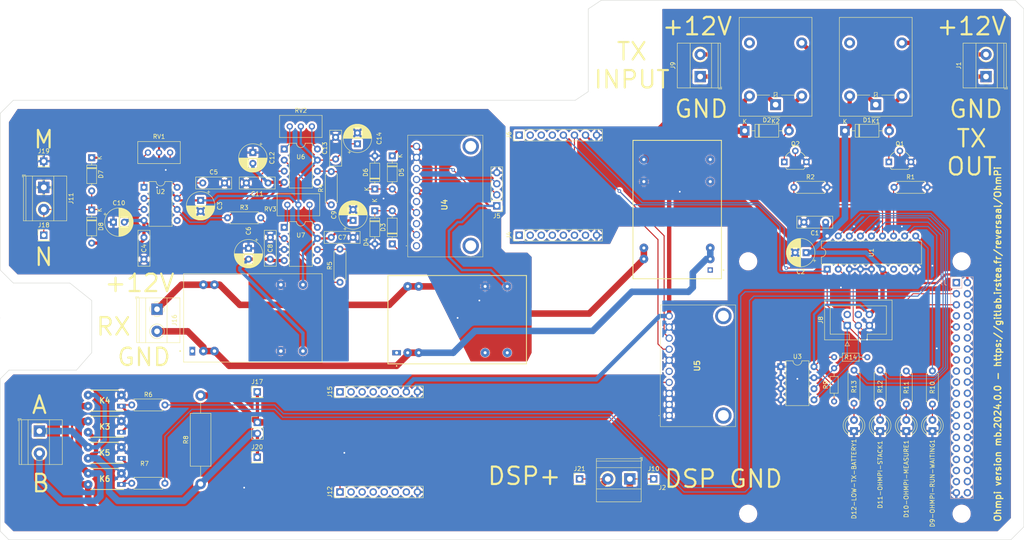
<source format=kicad_pcb>
(kicad_pcb (version 20211014) (generator pcbnew)
  (layers (0 "F.Cu" signal) (31 "B.Cu" signal) (34 "B.Paste" user) (35 "F.Paste" user) (36 "B.SilkS" user "B.Silkscreen") (37 "F.SilkS" user "F.Silkscreen") (38 "B.Mask" user) (39 "F.Mask" user) (44 "Edge.Cuts" user))
  (net 0 "")
  (net 1 "5VD")
  (net 2 "GNDD")
  (net 3 "GNDA")
  (net 4 "Net-(D1-Pad2)")
  (net 6 "SDA1")
  (net 8 "SCL1")
  (net 10 "Net-(K3-Pad1)")
  (net 11 "Net-(R3-Pad2)")
  (net 12 "SCL2")
  (net 13 "SDA2")
  (net 15 "AN")
  (net 58 "/Relay_switch_dsp/out_12v_DSP")
  (net 59 "/Relay_switch_dsp/out_GND_DSP")
  (net 60 "/Current_injection_and_measurement/Input_DSP_+_alim")
  (net 61 "/Current_injection_and_measurement/Input_DSP_GND_alim")
  (net 62 "+12V_TX_bat")
  (net 63 "GND_TX_bat")
  (net 64 "/Vmn_measurement/Electrode_M")
  (net 65 "+12V_RX_bat")
  (net 66 "GND_RX_bat")
  (net 68 "-12V_A")
  (net 69 "+12V_A")
  (net 76 "5VA")
  (net 77 "Net-(J14-Pad2)")
  (net 78 "Net-(D5-Pad2)")
  (net 79 "GP2")
  (net 80 "GP3")
  (net 81 "GP0")
  (net 82 "Net-(K5-Pad1)")
  (net 83 "GP1")
  (net 85 "Net-(D2-Pad2)")
  (net 105 "/Current_injection_and_measurement/A")
  (net 106 "/Current_injection_and_measurement/B")
  (net 107 "GP4")
  (net 108 "GP5")
  (net 109 "GP6")
  (net 110 "GP7")
  (net 111 "Net-(D3-Pad2)")
  (net 112 "Net-(D9-OHMPI-RUN-WAITING1-Pad2)")
  (net 113 "Net-(D10-OHMPI-MEASURE1-Pad2)")
  (net 114 "Net-(D11-OHMPI-STACK1-Pad2)")
  (net 115 "Net-(D12-LOW-TX-BATTERY1-Pad2)")
  (net 116 "Net-(R3-Pad1)")
  (net 117 "Net-(R4-Pad1)")
  (net 118 "Net-(RV1-Pad1)")
  (net 119 "Net-(RV1-Pad3)")
  (net 120 "Net-(RV2-Pad1)")
  (net 121 "Net-(RV2-Pad3)")
  (net 122 "Net-(RV3-Pad1)")
  (net 123 "Net-(RV3-Pad3)")
  (footprint "Potentiometer_THT:Potentiometer_Bourns_3296W_Vertical" (layer "F.Cu") (at 98.55 60)
    (fp_text reference "RV2")
    (fp_text value "10K")
  )
  (footprint "TerminalBlock_Phoenix:TerminalBlock_Phoenix_MKDS-1,5-2-5.08_1x02_P5.08mm_Horizontal" (layer "F.Cu") (at 253.305 48.545 90)
    (fp_text reference "J1")
    (fp_text value "DSP_out_12v_GND")
  )
  (footprint "Resistor_THT:R_Axial_DIN0207_L6.3mm_D2.5mm_P7.62mm_Horizontal" (layer "F.Cu") (at 232.19 74)
    (fp_text reference "R1")
    (fp_text value "100k")
  )
  (footprint "TerminalBlock_Phoenix:TerminalBlock_Phoenix_MKDS-1,5-2-5.08_1x02_P5.08mm_Horizontal" (layer "F.Cu") (at 187.695 48.545 90)
    (fp_text reference "J9")
    (fp_text value "TX_bat")
  )
  (footprint "LED_THT:LED_D4.0mm" (layer "F.Cu") (at 235 130 90)
    (fp_text reference "D10-OHMPI-MEASURE1")
    (fp_text value "LED")
  )
  (footprint "Relay_THT:Relay_SPDT_Omron-G5LE-1" (layer "F.Cu") (at 228 55 180)
    (fp_text reference "K1")
    (fp_text value "G5LE-1")
  )
  (footprint "Connector_PinHeader_2.54mm:PinHeader_1x01_P2.54mm_Vertical" (layer "F.Cu") (at 37 85)
    (fp_text reference "J18")
    (fp_text value "ELEC_M")
  )
  (footprint "Connector_PinHeader_2.54mm:PinHeader_1x01_P2.54mm_Vertical" (layer "F.Cu") (at 86 136)
    (fp_text reference "J20")
    (fp_text value "shunt +")
  )
  (footprint "" (layer "F.Cu") (at 247.71 150)
    (fp_text reference "")
    (fp_text value "")
  )
  (footprint "" (layer "F.Cu") (at 247.71 91)
    (fp_text reference "")
    (fp_text value "")
  )
  (footprint "Resistor_THT:R_Axial_DIN0207_L6.3mm_D2.5mm_P7.62mm_Horizontal" (layer "F.Cu") (at 209.19 74)
    (fp_text reference "R2")
    (fp_text value "100k")
  )
  (footprint "AQY211EH:DIP762W47P254L478H340Q4N" (layer "F.Cu") (at 51 129 180)
    (fp_text reference "K3")
    (fp_text value "AQY212EH" hide)
  )
  (footprint "Diode_THT:D_DO-35_SOD27_P7.62mm_Horizontal" (layer "F.Cu") (at 48 79.19 -90)
    (fp_text reference "D8")
    (fp_text value "BAT86")
  )
  (footprint "Capacitor_THT:C_Disc_D8.0mm_W2.5mm_P5.00mm" (layer "F.Cu") (at 103 85.5)
    (fp_text reference "C7")
    (fp_text value "100nF")
  )
  (footprint "Resistor_THT:R_Axial_DIN0207_L6.3mm_D2.5mm_P7.62mm_Horizontal" (layer "F.Cu") (at 229 116 -90)
    (fp_text reference "R12")
    (fp_text value "330 ohms")
  )
  (footprint "Connector_PinHeader_2.54mm:PinHeader_1x08_P2.54mm_Vertical" (layer "F.Cu") (at 146.125 85 90)
    (fp_text reference "J4")
    (fp_text value "Conn_01x08_Female")
  )
  (footprint "Resistor_THT:R_Axial_DIN0207_L6.3mm_D2.5mm_P7.62mm_Horizontal" (layer "F.Cu") (at 223 116 -90)
    (fp_text reference "R13")
    (fp_text value "330 ohms")
  )
  (footprint "Connector_PinHeader_2.54mm:PinHeader_1x08_P2.54mm_Vertical" (layer "F.Cu") (at 146.125 62 90)
    (fp_text reference "J6")
    (fp_text value "Conn_01x08_Female")
  )
  (footprint "Connector_PinHeader_2.54mm:PinHeader_1x04_P2.54mm_Vertical" (layer "F.Cu") (at 141 78.25 180)
    (fp_text reference "J5")
    (fp_text value "Conn_01x04_Female")
  )
  (footprint "Capacitor_THT:C_Disc_D8.0mm_W2.5mm_P5.00mm" (layer "F.Cu") (at 104 67.5 90)
    (fp_text reference "C13")
    (fp_text value "100nF")
  )
  (footprint "1085:1085" (layer "F.Cu") (at 122.571 87.43 -90)
    (fp_text reference "U4")
    (fp_text value "1115-Adress=0X49" hide)
  )
  (footprint "Package_DIP:DIP-18_W7.62mm" (layer "F.Cu") (at 216.85 92.8 90)
    (fp_text reference "U1")
    (fp_text value "MCP23008-xP")
  )
  (footprint "THD_15-1222N:CONV_THD_15-1222N" (layer "F.Cu") (at 85 104)
    (fp_text reference "Alim_analog_Vmn_measurement_ina128P_lm158" hide)
    (fp_text value "THD_15-1222N")
  )
  (footprint "Connector_IDC:IDC-Header_2x03_P2.54mm_Vertical" (layer "F.Cu") (at 221.455 105.7525 90)
    (fp_text reference "J8")
    (fp_text value "Connector_I2C_for_mux_or_tools")
  )
  (footprint "Package_DIP:DIP-8_W7.62mm" (layer "F.Cu") (at 206.2 115.2)
    (fp_text reference "U3")
    (fp_text value "24LC02")
  )
  (footprint "Resistor_THT:R_Axial_DIN0207_L6.3mm_D2.5mm_P7.62mm_Horizontal" (layer "F.Cu") (at 105 95.81 90)
    (fp_text reference "R5")
    (fp_text value "1k")
  )
  (footprint "Connector_PinHeader_2.54mm:PinHeader_1x02_P2.54mm_Vertical" (layer "F.Cu") (at 86.045 128.015)
    (fp_text reference "J14" hide)
    (fp_text value "Conn_01x02_Female")
  )
  (footprint "Resistor_THT:R_Axial_DIN0207_L6.3mm_D2.5mm_P7.62mm_Horizontal" (layer "F.Cu") (at 57.19 124)
    (fp_text reference "R6")
    (fp_text value "1k")
  )
  (footprint "Resistor_THT:R_Axial_DIN0207_L6.3mm_D2.5mm_P7.62mm_Horizontal" (layer "F.Cu") (at 103 78 90)
    (fp_text reference "R4")
    (fp_text value "1k")
  )
  (footprint "Diode_THT:D_DO-35_SOD27_P7.62mm_Horizontal" (layer "F.Cu") (at 48 67.19 -90)
    (fp_text reference "D7")
    (fp_text value "BAT86")
  )
  (footprint "Diode_THT:D_DO-35_SOD27_P7.62mm_Horizontal" (layer "F.Cu") (at 117 66.76 -90)
    (fp_text reference "D5")
    (fp_text value "BAT86")
  )
  (footprint "AQY211EH:DIP762W47P254L478H340Q4N" (layer "F.Cu") (at 51 135 180)
    (fp_text reference "K5")
    (fp_text value "AQY212EH" hide)
  )
  (footprint "Resistor_THT:R_Axial_DIN0207_L6.3mm_D2.5mm_P7.62mm_Horizontal" (layer "F.Cu") (at 57.19 142)
    (fp_text reference "R7")
    (fp_text value "1k")
  )
  (footprint "TerminalBlock_Phoenix:TerminalBlock_Phoenix_MKDS-1,5-2-5.08_1x02_P5.08mm_Horizontal" (layer "F.Cu") (at 36 130 -90)
    (fp_text reference "J3" hide)
    (fp_text value "Screw_Terminal_AB" hide)
  )
  (footprint "AQY211EH:DIP762W47P254L478H340Q4N" (layer "F.Cu") (at 51 141 180)
    (fp_text reference "K6")
    (fp_text value "AQY212EH" hide)
  )
  (footprint "Package_TO_SOT_THT:TO-92L_Wide" (layer "F.Cu") (at 231 68.16)
    (fp_text reference "Q1")
    (fp_text value "ZVN4206ASTZ")
  )
  (footprint "" (layer "F.Cu") (at 203 149)
    (fp_text reference "")
    (fp_text value "")
  )
  (footprint "Capacitor_THT:C_Disc_D8.0mm_W2.5mm_P5.00mm" (layer "F.Cu") (at 73.5 73)
    (fp_text reference "C5")
    (fp_text value "100nF")
  )
  (footprint "Capacitor_THT:CP_Radial_D6.3mm_P2.50mm" (layer "F.Cu") (at 53 82)
    (fp_text reference "C10")
    (fp_text value "10uF")
  )
  (footprint "Capacitor_THT:CP_Radial_D6.3mm_P2.50mm" (layer "F.Cu") (at 212 89 180)
    (fp_text reference "C2")
    (fp_text value "10uF")
  )
  (footprint "TerminalBlock_Phoenix:TerminalBlock_Phoenix_MKDS-1,5-2-5.08_1x02_P5.08mm_Horizontal" (layer "F.Cu") (at 171.545 141 180)
    (fp_text reference "J2")
    (fp_text value "DPS5005_input_0_to_50V")
  )
  (footprint "Package_DIP:DIP-8_W7.62mm" (layer "F.Cu") (at 92.2 65.2)
    (fp_text reference "U6")
    (fp_text value "OP07")
  )
  (footprint "Diode_THT:D_DO-35_SOD27_P7.62mm_Horizontal" (layer "F.Cu") (at 113 74.38 90)
    (fp_text reference "D6")
    (fp_text value "BAT86")
  )
  (footprint "Connector_PinHeader_2.54mm:PinHeader_1x01_P2.54mm_Vertical" (layer "F.Cu") (at 37 68)
    (fp_text reference "J19")
    (fp_text value "ELEC_N")
  )
  (footprint "1085:1085" (layer "F.Cu") (at 180.571 126.43 -90)
    (fp_text reference "U5")
    (fp_text value "1115-Adress=0X48" hide)
  )
  (footprint "AQY211EH:DIP762W47P254L478H340Q4N" (layer "F.Cu") (at 51 123 180)
    (fp_text reference "K4")
    (fp_text value "AQY212EH" hide)
  )
  (footprint "THD_15-1211N:THD151211N" (layer "F.Cu") (at 118 112 90)
    (fp_text reference "Alim_5V_I2C_isolator_Vmn_measurement1" hide)
    (fp_text value "THD_15-1211N" hide)
  )
  (footprint "LED_THT:LED_D4.0mm" (layer "F.Cu") (at 241 130 90)
    (fp_text reference "D9-OHMPI-RUN-WAITING1")
    (fp_text value "LED")
  )
  (footprint "Diode_THT:D_DO-41_SOD81_P10.16mm_Horizontal" (layer "F.Cu") (at 197.92 61)
    (fp_text reference "D2")
    (fp_text value "1N4001")
  )
  (footprint "Package_DIP:DIP-8_W7.62mm" (layer "F.Cu") (at 92.2 83.2)
    (fp_text reference "U7")
    (fp_text value "OP07")
  )
  (footprint "Capacitor_THT:CP_Radial_D6.3mm_P2.50mm" (layer "F.Cu") (at 108 81.6 90)
    (fp_text reference "C9")
    (fp_text value "10uF")
  )
  (footprint "Diode_THT:D_DO-35_SOD27_P7.62mm_Horizontal" (layer "F.Cu") (at 117 87 90)
    (fp_text reference "D3")
    (fp_text value "BAT86")
  )
  (footprint "Connector_PinHeader_2.54mm:PinHeader_1x08_P2.54mm_Vertical" (layer "F.Cu") (at 105 144 90)
    (fp_text reference "J12")
    (fp_text value "Conn_01x08_Female")
  )
  (footprint "Connector_PinHeader_2.54mm:PinHeader_1x01_P2.54mm_Vertical" (layer "F.Cu") (at 86 121)
    (fp_text reference "J17")
    (fp_text value "DSP GND")
  )
  (footprint "Diode_THT:D_DO-41_SOD81_P10.16mm_Horizontal" (layer "F.Cu") (at 220.92 61)
    (fp_text reference "D1")
    (fp_text value "1N4001")
  )
  (footprint "LED_THT:LED_D4.0mm" (layer "F.Cu") (at 229 130 90)
    (fp_text reference "D11-OHMPI-STACK1")
    (fp_text value "LED")
  )
  (footprint "Resistor_THT:R_Axial_DIN0204_L3.6mm_D1.6mm_P7.62mm_Horizontal" (layer "F.Cu") (at 218.44 113.03)
    (fp_text reference "R14")
    (fp_text value "4K7")
  )
  (footprint "" (layer "F.Cu") (at 202 91)
    (fp_text reference "")
    (fp_text value "")
  )
  (footprint "Relay_THT:Relay_SPDT_Omron-G5LE-1" (layer "F.Cu") (at 205 55 180)
    (fp_text reference "K2")
    (fp_text value "G5LE-1")
  )
  (footprint "Resistor_THT:R_Axial_DIN0207_L6.3mm_D2.5mm_P7.62mm_Horizontal" (layer "F.Cu") (at 79.19 81)
    (fp_text reference "R3")
    (fp_text value "1k")
  )
  (footprint "Capacitor_THT:C_Disc_D8.0mm_W2.5mm_P5.00mm" (layer "F.Cu") (at 89 90.5 90)
    (fp_text reference "C8")
    (fp_text value "100nF")
  )
  (footprint "Potentiometer_THT:Potentiometer_Bourns_3296W_Vertical" (layer "F.Cu") (at 98 78)
    (fp_text reference "RV3")
    (fp_text value "10K")
  )
  (footprint "THD_15-1211N:THD151211N" (layer "F.Cu") (at 190 93 180)
    (fp_text reference "Alim_5V_Digital_rasp_iso1540_mcp23008_current_7_click1" hide)
    (fp_text value "THD_15-1211N" hide)
  )
  (footprint "Capacitor_THT:CP_Radial_D6.3mm_P2.50mm" (layer "F.Cu") (at 73 77 -90)
    (fp_text reference "C3")
    (fp_text value "10uF")
  )
  (footprint "Potentiometer_THT:Potentiometer_Bourns_3296W_Vertical" (layer "F.Cu") (at 66 66)
    (fp_text reference "RV1")
    (fp_text value "10K")
  )
  (footprint "Capacitor_THT:CP_Radial_D6.3mm_P2.50mm" (layer "F.Cu") (at 84 88 -90)
    (fp_text reference "C6")
    (fp_text value "10uF")
  )
  (footprint "Resistor_THT:R_Axial_DIN0204_L3.6mm_D1.6mm_P7.62mm_Horizontal" (layer "F.Cu") (at 218.44 123.19 90)
    (fp_text reference "R9")
    (fp_text value "4K7")
  )
  (footprint "Resistor_THT:R_Axial_DIN0207_L6.3mm_D2.5mm_P7.62mm_Horizontal" (layer "F.Cu") (at 241 116.19 -90)
    (fp_text reference "R10")
    (fp_text value "330 ohms")
  )
  (footprint "Connector_PinHeader_2.54mm:PinHeader_1x01_P2.54mm_Vertical" (layer "F.Cu") (at 177 141)
    (fp_text reference "J10")
    (fp_text value "DSP+")
  )
  (footprint "LED_THT:LED_D4.0mm" (layer "F.Cu") (at 223 130 90)
    (fp_text reference "D12-LOW-TX-BATTERY1")
    (fp_text value "LED")
  )
  (footprint "Connector_PinHeader_2.54mm:PinHeader_1x01_P2.54mm_Vertical" (layer "F.Cu") (at 160 141)
    (fp_text reference "J21")
    (fp_text value "shunt -")
  )
  (footprint "Capacitor_THT:CP_Radial_D6.3mm_P2.50mm" (layer "F.Cu") (at 109 64 90)
    (fp_text reference "C14")
    (fp_text value "10uF")
  )
  (footprint "Package_DIP:DIP-8_W7.62mm" (layer "F.Cu") (at 60 74)
    (fp_text reference "U2")
    (fp_text value "OP07")
  )
  (footprint "Capacitor_THT:C_Disc_D8.0mm_W2.5mm_P5.00mm" (layer "F.Cu") (at 60 85.5 -90)
    (fp_text reference "C4")
    (fp_text value "100nF")
  )
  (footprint "TerminalBlock_Phoenix:TerminalBlock_Phoenix_MKDS-1,5-2-5.08_1x02_P5.08mm_Horizontal" (layer "F.Cu") (at 63 102 -90)
    (fp_text reference "J16")
    (fp_text value "RX_bat")
  )
  (footprint "Capacitor_THT:C_Disc_D8.0mm_W2.5mm_P5.00mm" (layer "F.Cu") (at 88.5 73 180)
    (fp_text reference "C11")
    (fp_text value "100nF")
  )
  (footprint "Capacitor_THT:C_Disc_D8.0mm_W2.5mm_P5.00mm" (layer "F.Cu") (at 216.5 82 180)
    (fp_text reference "C1")
    (fp_text value "100nF")
  )
  (footprint "Diode_THT:D_DO-35_SOD27_P7.62mm_Horizontal" (layer "F.Cu") (at 113 79.38 -90)
    (fp_text reference "D4")
    (fp_text value "BAT86")
  )
  (footprint "Resistor_THT:R_Axial_DIN0414_L11.9mm_D4.5mm_P20.32mm_Horizontal" (layer "F.Cu") (at 73 142.16 90)
    (fp_text reference "R8")
    (fp_text value "2 ohms")
  )
  (footprint "Resistor_THT:R_Axial_DIN0207_L6.3mm_D2.5mm_P7.62mm_Horizontal" (layer "F.Cu") (at 235 116.19 -90)
    (fp_text reference "R11")
    (fp_text value "330 ohms")
  )
  (footprint "TerminalBlock_Phoenix:TerminalBlock_Phoenix_MKDS-1,5-2-5.08_1x02_P5.08mm_Horizontal" (layer "F.Cu") (at 37 74 -90)
    (fp_text reference "J11")
    (fp_text value "Screw_Terminal_VMN")
  )
  (footprint "Capacitor_THT:CP_Radial_D6.3mm_P2.50mm" (layer "F.Cu") (at 85 66 -90)
    (fp_text reference "C12")
    (fp_text value "10uF")
  )
  (footprint "Connector_PinHeader_2.54mm:PinHeader_1x08_P2.54mm_Vertical" (layer "F.Cu") (at 105 121 90)
    (fp_text reference "J15")
    (fp_text value "Conn_01x08_Female")
  )
  (footprint "Package_TO_SOT_THT:TO-92L_Wide" (layer "F.Cu") (at 207 68.16)
    (fp_text reference "Q2")
    (fp_text value "ZVN4206ASTZ")
  )
  (footprint "Connector_PinSocket_2.54mm:PinSocket_2x20_P2.54mm_Vertical" (layer "B.Cu") (at 246.5 95.9 180)
    (fp_text reference "J7")
    (fp_text value "Raspberry_Pi_2_3")
  )
  (gr_line (start 165 31) (end 162 33) (layer "Edge.Cuts") (width 0.1))
  (gr_line (start 44.5 116) (end 29 116) (layer "Edge.Cuts") (width 0.1))
  (gr_line (start 162 33) (end 162 52) (layer "Edge.Cuts") (width 0.1))
  (gr_line (start 27 93) (end 30 96) (layer "Edge.Cuts") (width 0.1))
  (gr_line (start 30 54) (end 27 57) (layer "Edge.Cuts") (width 0.1))
  (gr_line (start 48 100) (end 43 96) (layer "Edge.Cuts") (width 0.1))
  (gr_line (start 159 54) (end 30 54) (layer "Edge.Cuts") (width 0.1))
  (gr_line (start 260 31) (end 165 31) (layer "Edge.Cuts") (width 0.1))
  (gr_line (start 27 104) (end 27 104) (layer "Edge.Cuts") (width 0.1))
  (gr_line (start 262 152) (end 262 33) (layer "Edge.Cuts") (width 0.1))
  (gr_line (start 30 96) (end 43 96) (layer "Edge.Cuts") (width 0.1))
  (gr_line (start 29 116) (end 27 118) (layer "Edge.Cuts") (width 0.1))
  (gr_line (start 162 52) (end 159 54) (layer "Edge.Cuts") (width 0.1))
  (gr_line (start 27 153) (end 29 155) (layer "Edge.Cuts") (width 0.1))
  (gr_line (start 27 118) (end 27 153) (layer "Edge.Cuts") (width 0.1))
  (gr_line (start 259 155) (end 262 152) (layer "Edge.Cuts") (width 0.1))
  (gr_line (start 48 112) (end 48 100) (layer "Edge.Cuts") (width 0.1))
  (gr_line (start 27 57) (end 27 93) (layer "Edge.Cuts") (width 0.1))
  (gr_line (start 48 112) (end 44.5 116) (layer "Edge.Cuts") (width 0.1))
  (gr_line (start 29 155) (end 259 155) (layer "Edge.Cuts") (width 0.1))
  (gr_line (start 260 31) (end 262 33) (layer "Edge.Cuts") (width 0.1))
  (gr_text "+12V" (at 187 37) (layer "F.SilkS") (effects (font (size 4 4) (thickness 0.5))))
  (gr_text "DSP GND" (at 193.04 140.97) (layer "F.SilkS") (effects (font (size 4 4) (thickness 0.5))))
  (gr_text "M" (at 37 63) (layer "F.SilkS") (effects (font (size 4 4) (thickness 0.5))))
  (gr_text "B" (at 36.3005 142) (layer "F.SilkS") (effects (font (size 4 4) (thickness 0.5))))
  (gr_text "RX" (at 53 106) (layer "F.SilkS") (effects (font (size 4 4) (thickness 0.5))))
  (gr_text "GND" (at 251 56) (layer "F.SilkS") (effects (font (size 4 4) (thickness 0.5))))
  (gr_text "GND" (at 187.932659 55.972876) (layer "F.SilkS") (effects (font (size 4 4) (thickness 0.5))))
  (gr_text "TX\nOUT" (at 250 66) (layer "F.SilkS") (effects (font (size 4 4) (thickness 0.5))))
  (gr_text "GND" (at 60 113) (layer "F.SilkS") (effects (font (size 4 4) (thickness 0.5))))
  (gr_text "Ohmpi version mb.2024.0.0 - https://gitlab.irstea.fr/reversaal/OhmPi" (at 256 110 90) (layer "F.SilkS") (effects (font (size 1.5 1.5) (thickness 0.3))))
  (gr_text "+12V" (at 59 96) (layer "F.SilkS") (effects (font (size 4 4) (thickness 0.5))))
  (gr_text "DSP+" (at 147.32 140.335) (layer "F.SilkS") (effects (font (size 4 4) (thickness 0.5))))
  (gr_text "+12V" (at 250 37) (layer "F.SilkS") (effects (font (size 4 4) (thickness 0.5))))
  (gr_text "N" (at 37 90) (layer "F.SilkS") (effects (font (size 4 4) (thickness 0.5))))
  (gr_text "A" (at 36 124) (layer "F.SilkS") (effects (font (size 4 4) (thickness 0.5))))
  (gr_text "TX\nINPUT" (at 172 46) (layer "F.SilkS") (effects (font (size 4 4) (thickness 0.5))))
  (segment (start 242 96) (end 244 94) (width 0.5) (layer "F.Cu") (net 1))
  (segment (start 199 53) (end 197.92 54.08) (width 1) (layer "F.Cu") (net 1))
  (segment (start 197.92 54.08) (end 197.92 61) (width 1) (layer "F.Cu") (net 1))
  (segment (start 244 94) (end 248.342081 94) (width 0.5) (layer "F.Cu") (net 1))
  (segment (start 229.55 92.8) (end 232.75 96) (width 0.5) (layer "F.Cu") (net 1))
  (segment (start 232.75 96) (end 242 96) (width 0.5) (layer "F.Cu") (net 1))
  (segment (start 174.76 67.6) (end 166.965 67.6) (width 0.5) (layer "F.Cu") (net 1))
  (segment (start 181.36 61) (end 174.76 67.6) (width 1.5) (layer "F.Cu") (net 1))
  (segment (start 180.571 72.771) (end 175.4 67.6) (width 1) (layer "F.Cu") (net 1))
  (segment (start 218.44 113.03) (end 215.99 113.03) (width 0.25) (layer "F.Cu") (net 1))
  (segment (start 222 59.92) (end 220.92 61) (width 1) (layer "F.Cu") (net 1))
  (segment (start 197.92 61) (end 181.36 61) (width 1.5) (layer "F.Cu") (net 1))
  (segment (start 213.82 115.2) (end 218.44 119.82) (width 0.25) (layer "F.Cu") (net 1))
  (segment (start 166.965 67.6) (end 161.365 62) (width 0.5) (layer "F.Cu") (net 1))
  (segment (start 180.571 103.57) (end 180.571 72.771) (width 1) (layer "F.Cu") (net 1))
  (segment (start 249.04 94.697919) (end 249.04 95.9) (width 0.5) (layer "F.Cu") (net 1))
  (segment (start 216.85 85.18) (end 208.18 85.18) (width 1.5) (layer "F.Cu") (net 1))
  (segment (start 197.92 74.92) (end 197.92 61) (width 1.5) (layer "F.Cu") (net 1))
  (segment (start 248.342081 94) (end 249.04 94.697919) (width 0.5) (layer "F.Cu") (net 1))
  (segment (start 208.18 85.18) (end 197.92 74.92) (width 1.5) (layer "F.Cu") (net 1))
  (segment (start 218.44 119.82) (end 218.44 123.19) (width 0.25) (layer "F.Cu") (net 1))
  (segment (start 222 53) (end 222 59.92) (width 1) (layer "F.Cu") (net 1))
  (segment (start 229.55 100.1975) (end 226.535 103.2125) (width 1) (layer "F.Cu") (net 1))
  (segment (start 215.99 113.03) (end 213.82 115.2) (width 0.25) (layer "F.Cu") (net 1))
  (segment (start 229.55 92.8) (end 229.55 100.1975) (width 1) (layer "F.Cu") (net 1))
  (segment (start 225.75 89) (end 229.55 92.8) (width 1) (layer "B.Cu") (net 1))
  (segment (start 220.92 61) (end 220.92 81.11) (width 1.5) (layer "B.Cu") (net 1))
  (segment (start 213.82 103.18) (end 216 101) (width 0.5) (layer "B.Cu") (net 1))
  (segment (start 180.571 103.57) (end 178.37 103.57) (width 1) (layer "B.Cu") (net 1))
  (segment (start 216.5 82) (end 216.5 84.83) (width 1.5) (layer "B.Cu") (net 1))
  (segment (start 213.82 115.2) (end 213.82 103.18) (width 0.5) (layer "B.Cu") (net 1))
  (segment (start 224.3225 101) (end 226.535 103.2125) (width 0.5) (layer "B.Cu") (net 1))
  (segment (start 121.92 118.11) (end 120.24 119.79) (width 1) (layer "B.Cu") (net 1))
  (segment (start 178.37 103.57) (end 163.83 118.11) (width 1) (layer "B.Cu") (net 1))
  (segment (start 216 101) (end 224.3225 101) (width 0.5) (layer "B.Cu") (net 1))
  (segment (start 212 89) (end 225.75 89) (width 1) (layer "B.Cu") (net 1))
  (segment (start 213.03 89) (end 216.85 85.18) (width 1) (layer "B.Cu") (net 1))
  (segment (start 216.5 84.83) (end 216.85 85.18) (width 1.5) (layer "B.Cu") (net 1))
  (segment (start 212 89) (end 213.03 89) (width 1) (layer "B.Cu") (net 1))
  (segment (start 120.24 119.79) (end 120.24 121) (width 1) (layer "B.Cu") (net 1))
  (segment (start 163.83 118.11) (end 121.92 118.11) (width 1) (layer "B.Cu") (net 1))
  (segment (start 220.92 81.11) (end 216.85 85.18) (width 1.5) (layer "B.Cu") (net 1))
  (via (at 220 97) (size 0.8) (drill 0.4) (layers "F.Cu" "B.Cu") (net 2))
  (via (at 227.96551 82.95523) (size 0.8) (drill 0.4) (layers "F.Cu" "B.Cu") (net 2))
  (via (at 242 111) (size 0.8) (drill 0.4) (layers "F.Cu" "B.Cu") (net 2))
  (via (at 83 143) (size 0.8) (drill 0.4) (layers "F.Cu" "B.Cu") (net 2))
  (via (at 183 75) (size 0.8) (drill 0.4) (layers "F.Cu" "B.Cu") (net 2))
  (via (at 210 118) (size 0.8) (drill 0.4) (layers "F.Cu" "B.Cu") (net 2))
  (via (at 234 83) (size 0.8) (drill 0.4) (layers "F.Cu" "B.Cu") (net 2))
  (via (at 144 139) (size 0.8) (drill 0.4) (layers "F.Cu" "B.Cu") (net 2))
  (via (at 222.997158 82.95523) (size 0.8) (drill 0.4) (layers "F.Cu" "B.Cu") (net 2))
  (via (at 226 109) (size 0.8) (drill 0.4) (layers "F.Cu" "B.Cu") (net 2))
  (via (at 106 135) (size 0.8) (drill 0.4) (layers "F.Cu" "B.Cu") (net 2))
  (via (at 241 92) (size 0.8) (drill 0.4) (layers "F.Cu" "B.Cu") (net 2))
  (via (at 65 70) (size 0.8) (drill 0.4) (layers "F.Cu" "B.Cu") (net 3))
  (via (at 137 100) (size 0.8) (drill 0.4) (layers "F.Cu" "B.Cu") (net 3))
  (via (at 115 76.57) (size 0.8) (drill 0.4) (layers "F.Cu" "B.Cu") (net 3))
  (via (at 132 104) (size 0.8) (drill 0.4) (layers "F.Cu" "B.Cu") (net 3))
  (via (at 63 74) (size 0.8) (drill 0.4) (layers "F.Cu" "B.Cu") (net 3))
  (segment (start 231 68.16) (end 231 61.08) (width 0.25) (layer "F.Cu") (net 4))
  (segment (start 231.08 61) (end 231.08 55.92) (width 1) (layer "F.Cu") (net 4))
  (segment (start 231.08 55.92) (end 234 53) (width 1) (layer "F.Cu") (net 4))
  (segment (start 231 61.08) (end 231.08 61) (width 0.25) (layer "F.Cu") (net 4))
  (segment (start 213.46 92.54) (end 215 91) (width 0.25) (layer "F.Cu") (net 6))
  (segment (start 178 86) (end 178 110) (width 0.25) (layer "F.Cu") (net 6))
  (segment (start 215 91) (end 219 91) (width 0.25) (layer "F.Cu") (net 6))
  (segment (start 222.820489 96.230489) (end 219.39 92.8) (width 0.2) (layer "F.Cu") (net 6))
  (segment (start 219.39 91.39) (end 219.39 92.8) (width 0.25) (layer "F.Cu") (net 6))
  (segment (start 223.995 105.7525) (end 226.2425 108) (width 0.2) (layer "F.Cu") (net 6))
  (segment (start 207.46 92.54) (end 213.46 92.54) (width 0.25) (layer "F.Cu") (net 6))
  (segment (start 179.19 111.19) (end 180.571 111.19) (width 0.25) (layer "F.Cu") (net 6))
  (segment (start 223.995 105.7525) (end 222.820489 104.577989) (width 0.2) (layer "F.Cu") (net 6))
  (segment (start 219 91) (end 219.39 91.39) (width 0.25) (layer "F.Cu") (net 6))
  (segment (start 222.820489 104.577989) (end 222.820489 96.230489) (width 0.2) (layer "F.Cu") (net 6))
  (segment (start 158.825 66.825) (end 178 86) (width 0.25) (layer "F.Cu") (net 6))
  (segment (start 227 108) (end 236.56 98.44) (width 0.2) (layer "F.Cu") (net 6))
  (segment (start 178 110) (end 179.19 111.19) (width 0.25) (layer "F.Cu") (net 6))
  (segment (start 158.825 62) (end 158.825 66.825) (width 0.25) (layer "F.Cu") (net 6))
  (segment (start 226.2425 108) (end 227 108) (width 0.2) (layer "F.Cu") (net 6))
  (segment (start 236.56 98.44) (end 246.5 98.44) (width 0.2) (layer "F.Cu") (net 6))
  (via (at 207.46 92.54) (size 0.8) (drill 0.4) (layers "F.Cu" "B.Cu") (net 6))
  (segment (start 223.995 112.645) (end 213.82 122.82) (width 0.2) (layer "B.Cu") (net 6))
  (segment (start 201.186198 77.55048) (end 207 83.364282) (width 0.25) (layer "B.Cu") (net 6))
  (segment (start 171.9125 75.0875) (end 174.37548 77.55048) (width 0.25) (layer "B.Cu") (net 6))
  (segment (start 223.995 105.7525) (end 223.995 112.555) (width 0.2) (layer "B.Cu") (net 6))
  (segment (start 174.37548 77.55048) (end 201.186198 77.55048) (width 0.25) (layer "B.Cu") (net 6))
  (segment (start 223.995 112.555) (end 223.995 112.645) (width 0.2) (layer "B.Cu") (net 6))
  (segment (start 224.47 113.03) (end 223.995 112.555) (width 0.25) (layer "B.Cu") (net 6))
  (segment (start 207 83.364282) (end 207 92.08) (width 0.25) (layer "B.Cu") (net 6))
  (segment (start 158.825 62) (end 171.9125 75.0875) (width 0.25) (layer "B.Cu") (net 6))
  (segment (start 207 92.08) (end 207.46 92.54) (width 0.25) (layer "B.Cu") (net 6))
  (segment (start 226.06 113.03) (end 224.47 113.03) (width 0.25) (layer "B.Cu") (net 6))
  (segment (start 179.413989 107.492989) (end 179.413989 85.128989) (width 0.25) (layer "F.Cu") (net 8))
  (segment (start 225.7025 110) (end 221.455 105.7525) (width 0.25) (layer "F.Cu") (net 8))
  (segment (start 227 110) (end 225.7025 110) (width 0.25) (layer "F.Cu") (net 8))
  (segment (start 236.02 100.98) (end 227 110) (width 0.25) (layer "F.Cu") (net 8))
  (segment (start 216.85 92.8) (end 216.85 101.1475) (width 0.25) (layer "F.Cu") (net 8))
  (segment (start 180.571 108.65) (end 179.413989 107.492989) (width 0.25) (layer "F.Cu") (net 8))
  (segment (start 216.85 101.1475) (end 221.455 105.7525) (width 0.25) (layer "F.Cu") (net 8))
  (segment (start 246.5 100.98) (end 236.02 100.98) (width 0.25) (layer "F.Cu") (net 8))
  (segment (start 179.413989 85.128989) (end 169.1425 74.8575) (width 0.25) (layer "F.Cu") (net 8))
  (via (at 169.1425 74.8575) (size 0.8) (drill 0.4) (layers "F.Cu" "B.Cu") (net 8))
  (segment (start 206.184511 93.264511) (end 216.385489 93.264511) (width 0.25) (layer "B.Cu") (net 8))
  (segment (start 221.455 112.645) (end 221.455 105.7525) (width 0.25) (layer "B.Cu") (net 8))
  (segment (start 156.285 62) (end 169.1425 74.8575) (width 0.25) (layer "B.Cu") (net 8))
  (segment (start 213.82 120.28) (end 221.455 112.645) (width 0.25) (layer "B.Cu") (net 8))
  (segment (start 169.1425 74.8575) (end 172.285 78) (width 0.25) (layer "B.Cu") (net 8))
  (segment (start 201 78) (end 206 83) (width 0.25) (layer "B.Cu") (net 8))
  (segment (start 206 93.08) (end 206.184511 93.264511) (width 0.25) (layer "B.Cu") (net 8))
  (segment (start 172.285 78) (end 201 78) (width 0.25) (layer "B.Cu") (net 8))
  (segment (start 206 83) (end 206 93.08) (width 0.25) (layer "B.Cu") (net 8))
  (segment (start 216.385489 93.264511) (end 216.85 92.8) (width 0.25) (layer "B.Cu") (net 8))
  (segment (start 55.08 124) (end 54.81 124.27) (width 0.25) (layer "F.Cu") (net 10))
  (segment (start 57 128.08) (end 54.81 130.27) (width 0.5) (layer "F.Cu") (net 10))
  (segment (start 54.81 124.27) (end 57 126.46) (width 0.5) (layer "F.Cu") (net 10))
  (segment (start 57 126.46) (end 57 128.08) (width 0.5) (layer "F.Cu") (net 10))
  (segment (start 57.19 124) (end 55.08 124) (width 0.25) (layer "F.Cu") (net 10))
  (segment (start 92.2 85.74) (end 102.27 95.81) (width 0.25) (layer "F.Cu") (net 11))
  (segment (start 86.81 81) (end 91.55 85.74) (width 0.25) (layer "F.Cu") (net 11))
  (segment (start 102.27 95.81) (end 105 95.81) (width 0.25) (layer "F.Cu") (net 11))
  (segment (start 91.55 85.74) (end 92.2 85.74) (width 0.25) (layer "F.Cu") (net 11))
  (segment (start 131 70) (end 134.96 73.96) (width 0.25) (layer "F.Cu") (net 12))
  (segment (start 139.25 73.96) (end 141 75.71) (width 0.25) (layer "F.Cu") (net 12))
  (segment (start 134.96 73.96) (end 139.25 73.96) (width 0.25) (layer "F.Cu") (net 12))
  (via (at 131 70) (size 0.8) (drill 0.4) (layers "F.Cu" "B.Cu") (net 12))
  (segment (start 131 70) (end 130.65 69.65) (width 0.25) (layer "B.Cu") (net 12))
  (segment (start 130.65 69.65) (end 122.571 69.65) (width 0.25) (layer "B.Cu") (net 12))
  (segment (start 140.02 72.19) (end 141 73.17) (width 0.25) (layer "B.Cu") (net 13))
  (segment (start 140.02 72.19) (end 122.571 72.19) (width 0.25) (layer "B.Cu") (net 13))
  (segment (start 180.571 118.81) (end 175.83 118.81) (width 0.25) (layer "F.Cu") (net 15))
  (segment (start 175.83 118.81) (end 154.915 139.725) (width 0.25) (layer "F.Cu") (net 15))
  (segment (start 105 141.38) (end 105 144) (width 0.25) (layer "F.Cu") (net 15))
  (segment (start 106.705 139.725) (end 106.68 139.7) (width 0.25) (layer "F.Cu") (net 15))
  (segment (start 106.68 139.7) (end 105 141.38) (width 0.25) (layer "F.Cu") (net 15))
  (segment (start 154.915 139.725) (end 106.705 139.725) (width 0.25) (layer "F.Cu") (net 15))
  (segment (start 243.545 48.545) (end 239 44) (width 1) (layer "F.Cu") (net 58))
  (segment (start 214.2 44) (end 211 40.8) (width 1) (layer "F.Cu") (net 58))
  (segment (start 253.305 48.545) (end 243.545 48.545) (width 1) (layer "F.Cu") (net 58))
  (segment (start 239 44) (end 214.2 44) (width 1) (layer "F.Cu") (net 58))
  (segment (start 245.8 40.8) (end 248.465 43.465) (width 1) (layer "F.Cu") (net 59))
  (segment (start 248.465 43.465) (end 253.305 43.465) (width 1) (layer "F.Cu") (net 59))
  (segment (start 234 40.8) (end 245.8 40.8) (width 1) (layer "F.Cu") (net 59))
  (segment (start 51 150) (end 47.19 146.19) (width 1.5) (layer "F.Cu") (net 60))
  (segment (start 171.545 141) (end 171.545 143.455) (width 1.5) (layer "F.Cu") (net 60))
  (segment (start 42.73 124.27) (end 42 125) (width 1.5) (layer "F.Cu") (net 60))
  (segment (start 171.545 143.455) (end 165 150) (width 1.5) (layer "F.Cu") (net 60))
  (segment (start 177 141) (end 171.545 141) (width 0.25) (layer "F.Cu") (net 60))
  (segment (start 47.19 124.27) (end 42.73 124.27) (width 1.5) (layer "F.Cu") (net 60))
  (segment (start 47.19 146.19) (end 47.19 142.27) (width 1.5) (layer "F.Cu") (net 60))
  (segment (start 165 150) (end 51 150) (width 1.5) (layer "F.Cu") (net 60))
  (segment (start 43.27 142.27) (end 47.19 142.27) (width 1.5) (layer "F.Cu") (net 60))
  (segment (start 42 141) (end 43.27 142.27) (width 1.5) (layer "F.Cu") (net 60))
  (segment (start 42 125) (end 42 141) (width 1.5) (layer "F.Cu") (net 60))
  (segment (start 92 147) (end 160.535 147) (width 1.5) (layer "F.Cu") (net 61))
  (segment (start 86.045 128.015) (end 90.015 128.015) (width 1.5) (layer "F.Cu") (net 61))
  (segment (start 91 129) (end 91 146) (width 1.5) (layer "F.Cu") (net 61))
  (segment (start 90.015 128.015) (end 91 129) (width 1.5) (layer "F.Cu") (net 61))
  (segment (start 91 146) (end 92 147) (width 1.5) (layer "F.Cu") (net 61))
  (segment (start 160 141) (end 166.465 141) (width 0.25) (layer "F.Cu") (net 61))
  (segment (start 73 121.84) (end 79.87 121.84) (width 1.5) (layer "F.Cu") (net 61))
  (segment (start 86.045 121.045) (end 86 121) (width 0.75) (layer "F.Cu") (net 61))
  (segment (start 80.015 121.985) (end 86.045 128.015) (width 1.5) (layer "F.Cu") (net 61))
  (segment (start 160.535 146.93) (end 166.465 141) (width 1.5) (layer "F.Cu") (net 61))
  (segment (start 160.535 147) (end 160.535 146.93) (width 1.5) (layer "F.Cu") (net 61))
  (segment (start 86.045 128.015) (end 86.045 121.045) (width 0.75) (layer "F.Cu") (net 61))
  (segment (start 79.87 121.84) (end 80.015 121.985) (width 1.5) (layer "F.Cu") (net 61))
  (segment (start 187.695 48.545) (end 198.545 48.545) (width 1) (layer "F.Cu") (net 62))
  (segment (start 198.545 48.545) (end 205 55) (width 1) (layer "F.Cu") (net 62))
  (segment (start 187.695 43.465) (end 208.465 43.465) (width 1) (layer "F.Cu") (net 63))
  (segment (start 223 50) (end 228 55) (width 1) (layer "F.Cu") (net 63))
  (segment (start 208.465 43.465) (end 215 50) (width 1) (layer "F.Cu") (net 63))
  (segment (start 215 50) (end 223 50) (width 1) (layer "F.Cu") (net 63))
  (segment (start 37 79.08) (end 37 85) (width 0.25) (layer "F.Cu") (net 64))
  (segment (start 60 79.08) (end 48.11 79.08) (width 0.25) (layer "F.Cu") (net 64))
  (segment (start 37 79.08) (end 47.89 79.08) (width 0.25) (layer "F.Cu") (net 64))
  (segment (start 48 74.81) (end 48 79.19) (width 0.25) (layer "F.Cu") (net 64))
  (segment (start 120.54 96.76) (end 123.08 96.76) (width 1.5) (layer "F.Cu") (net 65))
  (segment (start 123.08 96.76) (end 129.76 96.76) (width 1.5) (layer "F.Cu") (net 65))
  (segment (start 116.3 101) (end 120.54 96.76) (width 1.5) (layer "F.Cu") (net 65))
  (segment (start 129.76 96.76) (end 136 103) (width 1.5) (layer "F.Cu") (net 65))
  (segment (start 174.76 87.92) (end 174.76 90.46) (width 1.5) (layer "F.Cu") (net 65))
  (segment (start 76.18 96.38) (end 77.38 96.38) (width 1.5) (layer "F.Cu") (net 65))
  (segment (start 77.38 96.38) (end 82 101) (width 1.5) (layer "F.Cu") (net 65))
  (segment (start 162.22 103) (end 174.76 90.46) (width 1.5) (layer "F.Cu") (net 65))
  (segment (start 136 103) (end 162.22 103) (width 1.5) (layer "F.Cu") (net 65))
  (segment (start 76.18 96.38) (end 73.64 96.38) (width 1.5) (layer "F.Cu") (net 65))
  (segment (start 73.64 96.38) (end 68.62 96.38) (width 1.5) (layer "F.Cu") (net 65))
  (segment (start 82 101) (end 116.3 101) (width 1.5) (layer "F.Cu") (net 65))
  (segment (start 68.62 96.38) (end 63 102) (width 1.5) (layer "F.Cu") (net 65))
  (segment (start 120.54 112.46) (end 120.54 112) (width 1.5) (layer "F.Cu") (net 66))
  (segment (start 118 115) (end 120.54 112.46) (width 1.5) (layer "F.Cu") (net 66))
  (segment (start 76.18 111.62) (end 79.56 115) (width 1.5) (layer "F.Cu") (net 66))
  (segment (start 123.08 112) (end 120.54 112) (width 1.5) (layer "F.Cu") (net 66))
  (segment (start 73.64 111.62) (end 73.64 110.700762) (width 1.5) (layer "F.Cu") (net 66))
  (segment (start 73.64 110.700762) (end 70.019238 107.08) (width 1.5) (layer "F.Cu") (net 66))
  (segment (start 79.56 115) (end 118 115) (width 1.5) (layer "F.Cu") (net 66))
  (segment (start 70.019238 107.08) (end 63 107.08) (width 1.5) (layer "F.Cu") (net 66))
  (segment (start 73.64 111.62) (end 76.18 111.62) (width 1.5) (layer "F.Cu") (net 66))
  (segment (start 190 87.92) (end 190 90.46) (width 1.5) (layer "B.Cu") (net 66))
  (segment (start 131 112) (end 123.08 112) (width 1.5) (layer "B.Cu") (net 66))
  (segment (start 186 93.611472) (end 186 97) (width 1.5) (layer "B.Cu") (net 66))
  (segment (start 136 107) (end 131 112) (width 1.5) (layer "B.Cu") (net 66))
  (segment (start 163 107) (end 136 107) (width 1.5) (layer "B.Cu") (net 66))
  (segment (start 189.151472 90.46) (end 186 93.611472) (width 1.5) (layer "B.Cu") (net 66))
  (segment (start 185 98) (end 172 98) (width 1.5) (layer "B.Cu") (net 66))
  (segment (start 186 97) (end 185 98) (width 1.5) (layer "B.Cu") (net 66))
  (segment (start 190 90.46) (end 189.151472 90.46) (width 1.5) (layer "B.Cu") (net 66))
  (segment (start 172 98) (end 163 107) (width 1.5) (layer "B.Cu") (net 66))
  (segment (start 81.02 89.98) (end 81 90) (width 0.5) (layer "F.Cu") (net 68))
  (segment (start 81.5 90.5) (end 84 90.5) (width 0.5) (layer "F.Cu") (net 68))
  (segment (start 60 86) (end 59 87) (width 0.75) (layer "F.Cu") (net 68))
  (segment (start 81.02 84) (end 62.38 84) (width 0.5) (layer "F.Cu") (net 68))
  (segment (start 51.81 86.81) (end 48 86.81) (width 0.75) (layer "F.Cu") (net 68))
  (segment (start 92.2 72.82) (end 81.02 84) (width 0.5) (layer "F.Cu") (net 68))
  (segment (start 52 87) (end 51.81 86.81) (width 0.75) (layer "F.Cu") (net 68))
  (segment (start 62.38 84) (end 60 81.62) (width 0.5) (layer "F.Cu") (net 68))
  (segment (start 88.68 72.82) (end 88.5 73) (width 0.75) (layer "F.Cu") (net 68))
  (segment (start 92.2 90.82) (end 89.32 90.82) (width 0.75) (layer "F.Cu") (net 68))
  (segment (start 89 90.5) (end 84 90.5) (width 0.75) (layer "F.Cu") (net 68))
  (segment (start 92.2 72.82) (end 88.68 72.82) (width 0.75) (layer "F.Cu") (net 68))
  (segment (start 89.32 90.82) (end 89 90.5) (width 0.75) (layer "F.Cu") (net 68))
  (segment (start 60 81.62) (end 60 86) (width 0.75) (layer "F.Cu") (net 68))
  (segment (start 59 87) (end 52 87) (width 0.75) (layer "F.Cu") (net 68))
  (segment (start 81 90) (end 81.5 90.5) (width 0.5) (layer "F.Cu") (net 68))
  (segment (start 81.02 84) (end 81.02 89.98) (width 0.5) (layer "F.Cu") (net 68))
  (segment (start 85 69.5) (end 85 68.5) (width 0.75) (layer "B.Cu") (net 68))
  (segment (start 55.88 81.62) (end 55.5 82) (width 0.75) (layer "B.Cu") (net 68))
  (segment (start 96.5 111.62) (end 96.5 107.5) (width 0.75) (layer "B.Cu") (net 68))
  (segment (start 60 81.62) (end 55.88 81.62) (width 0.75) (layer "B.Cu") (net 68))
  (segment (start 82 92.5) (end 84 90.5) (width 0.75) (layer "B.Cu") (net 68))
  (segment (start 82 93) (end 82 92.5) (width 0.75) (layer "B.Cu") (net 68))
  (segment (start 88.5 73) (end 85 69.5) (width 0.75) (layer "B.Cu") (net 68))
  (segment (start 96.5 107.5) (end 82 93) (width 0.75) (layer "B.Cu") (net 68))
  (segment (start 99.82 67.74) (end 103.76 67.74) (width 0.25) (layer "F.Cu") (net 69))
  (segment (start 63.46 66) (end 63.46 64.46) (width 0.5) (layer "F.Cu") (net 69))
  (segment (start 103.76 67.74) (end 104 67.5) (width 0.25) (layer "F.Cu") (net 69))
  (segment (start 109 64) (end 107.5 64) (width 0.25) (layer "F.Cu") (net 69))
  (segment (start 58.27 64.73) (end 58.27 67.19) (width 0.5) (layer "F.Cu") (net 69))
  (segment (start 67.62 76.54) (end 63.46 72.38) (width 0.5) (layer "F.Cu") (net 69))
  (segment (start 73 77) (end 68.08 77) (width 0.5) (layer "F.Cu") (net 69))
  (segment (start 106.9 81.6) (end 103 85.5) (width 0.5) (layer "F.Cu") (net 69))
  (segment (start 63.46 64.46) (end 63 64) (width 0.5) (layer "F.Cu") (net 69))
  (segment (start 107.5 64) (end 104 67.5) (width 0.25) (layer "F.Cu") (net 69))
  (segment (start 71.16 73) (end 67.62 76.54) (width 0.25) (layer "F.Cu") (net 69))
  (segment (start 59 64) (end 58.27 64.73) (width 0.5) (layer "F.Cu") (net 69))
  (segment (start 108 81.6) (end 106.9 81.6) (width 0.5) (layer "F.Cu") (net 69))
  (segment (start 99.82 85.74) (end 102.76 85.74) (width 0.5) (layer "F.Cu") (net 69))
  (segment (start 102.76 85.74) (end 103 85.5) (width 0.5) (layer "F.Cu") (net 69))
  (segment (start 63.46 72.38) (end 63.46 66) (width 0.5) (layer "F.Cu") (net 69))
  (segment (start 63 64) (end 59 64) (width 0.5) (layer "F.Cu") (net 69))
  (segment (start 73.5 73) (end 71.16 73) (width 0.25) (layer "F.Cu") (net 69))
  (segment (start 58.27 67.19) (end 48 67.19) (width 0.5) (layer "F.Cu") (net 69))
  (segment (start 95.46 81.38) (end 95.46 78) (width 0.5) (layer "B.Cu") (net 69))
  (segment (start 99.82 85.74) (end 95.46 81.38) (width 0.5) (layer "B.Cu") (net 69))
  (segment (start 99.82 67.74) (end 96.01 63.93) (width 0.5) (layer "B.Cu") (net 69))
  (segment (start 93.46 76) (end 77 76) (width 0.5) (layer "B.Cu") (net 69))
  (segment (start 77 76) (end 76 77) (width 0.5) (layer "B.Cu") (net 69))
  (segment (start 95.46 78) (end 93.46 76) (width 0.5) (layer "B.Cu") (net 69))
  (segment (start 96.01 63.93) (end 96.01 60) (width 0.5) (layer "B.Cu") (net 69))
  (segment (start 99.82 85.74) (end 96.5 89.06) (width 0.5) (layer "B.Cu") (net 69))
  (segment (start 95.46 72.1) (end 99.82 67.74) (width 0.5) (layer "B.Cu") (net 69))
  (segment (start 76 77) (end 73 77) (width 0.5) (layer "B.Cu") (net 69))
  (segment (start 95.46 78) (end 95.46 72.1) (width 0.5) (layer "B.Cu") (net 69))
  (segment (start 96.5 89.06) (end 96.5 96.38) (width 0.5) (layer "B.Cu") (net 69))
  (segment (start 127 68.999) (end 122.571 64.57) (width 0.5) (layer "F.Cu") (net 76))
  (segment (start 127 73) (end 127 68.999) (width 0.5) (layer "F.Cu") (net 76))
  (segment (start 126 88) (end 126 78.159) (width 0.5) (layer "F.Cu") (net 76))
  (segment (start 119.19 64.57) (end 117 66.76) (width 0.5) (layer "F.Cu") (net 76))
  (segment (start 125.27 74.73) (end 127 73) (width 0.5) (layer "F.Cu") (net 76))
  (segment (start 141 78.25) (end 139.230978 78.25) (width 0.5) (layer "F.Cu") (net 76))
  (segment (start 122.571 74.73) (end 125.27 74.73) (width 0.5) (layer "F.Cu") (net 76))
  (segment (start 126 78.159) (end 122.571 74.73) (width 0.5) (layer "F.Cu") (net 76))
  (segment (start 122 91) (end 123 91) (width 0.5) (layer "F.Cu") (net 76))
  (segment (start 117 87) (end 121 91) (width 0.25) (layer "F.Cu") (net 76))
  (segment (start 135.710978 74.73) (end 122.571 74.73) (width 0.5) (layer "F.Cu") (net 76))
  (segment (start 121 91) (end 122 91) (width 0.25) (layer "F.Cu") (net 76))
  (segment (start 122.571 64.57) (end 119.19 64.57) (width 0.5) (layer "F.Cu") (net 76))
  (segment (start 139.230978 78.25) (end 135.710978 74.73) (width 0.5) (layer "F.Cu") (net 76))
  (segment (start 123 91) (end 126 88) (width 0.5) (layer "F.Cu") (net 76))
  (segment (start 136.75 78.25) (end 141 78.25) (width 0.5) (layer "B.Cu") (net 76))
  (segment (start 132 82) (end 133 82) (width 0.5) (layer "B.Cu") (net 76))
  (segment (start 133 82) (end 136.75 78.25) (width 0.5) (layer "B.Cu") (net 76))
  (segment (start 139.64 93) (end 143.4 96.76) (width 0.5) (layer "B.Cu") (net 76))
  (segment (start 130 90) (end 130 84) (width 0.5) (layer "B.Cu") (net 76))
  (segment (start 133 93) (end 130 90) (width 0.5) (layer "B.Cu") (net 76))
  (segment (start 133 93) (end 139.64 93) (width 0.5) (layer "B.Cu") (net 76))
  (segment (start 130 84) (end 132 82) (width 0.5) (layer "B.Cu") (net 76))
  (segment (start 48.589511 135.410489) (end 49 135) (width 1) (layer "F.Cu") (net 77))
  (segment (start 48.049511 135.410489) (end 48.589511 135.410489) (width 1) (layer "F.Cu") (net 77))
  (segment (start 86.045 135.955) (end 86 136) (width 1.5) (layer "F.Cu") (net 77))
  (segment (start 86.045 130.555) (end 86.045 135.955) (width 0.75) (layer "F.Cu") (net 77))
  (segment (start 49 132.08) (end 47.19 130.27) (width 1) (layer "F.Cu") (net 77))
  (segment (start 49 135) (end 49 132.08) (width 1) (layer "F.Cu") (net 77))
  (segment (start 47.19 136.27) (end 48.049511 135.410489) (width 1) (layer "F.Cu") (net 77))
  (segment (start 52 139) (end 52 144) (width 1.5) (layer "B.Cu") (net 77))
  (segment (start 47.19 136.27) (end 49.27 136.27) (width 1.5) (layer "B.Cu") (net 77))
  (segment (start 69.16 146) (end 73 142.16) (width 1.5) (layer "B.Cu") (net 77))
  (segment (start 52 144) (end 54 146) (width 1.5) (layer "B.Cu") (net 77))
  (segment (start 86.045 130.555) (end 84.605 130.555) (width 1.5) (layer "B.Cu") (net 77))
  (segment (start 84.605 130.555) (end 73 142.16) (width 1.5) (layer "B.Cu") (net 77))
  (segment (start 54 146) (end 69.16 146) (width 1.5) (layer "B.Cu") (net 77))
  (segment (start 49.27 136.27) (end 52 139) (width 1.5) (layer "B.Cu") (net 77))
  (segment (start 117 74.38) (end 122.43 79.81) (width 0.25) (layer "F.Cu") (net 78))
  (segment (start 117 74.38) (end 113 74.38) (width 0.25) (layer "F.Cu") (net 78))
  (segment (start 99.82 70.28) (end 102.9 70.28) (width 0.25) (layer "F.Cu") (net 78))
  (segment (start 104.19 70.38) (end 108.19 74.38) (width 0.25) (layer "F.Cu") (net 78))
  (segment (start 103 70.38) (end 104.19 70.38) (width 0.25) (layer "F.Cu") (net 78))
  (segment (start 113 74.38) (end 108.19 74.38) (width 0.25) (layer "F.Cu") (net 78))
  (segment (start 122.43 79.81) (end 122.571 79.81) (width 0.25) (layer "F.Cu") (net 78))
  (segment (start 232.09 74.1) (end 232.19 74) (width 0.25) (layer "F.Cu") (net 79))
  (segment (start 232.09 85.18) (end 232.09 74.1) (width 0.25) (layer "F.Cu") (net 79))
  (segment (start 233.54 72.65) (end 232.19 74) (width 0.25) (layer "F.Cu") (net 79))
  (segment (start 233.54 65.62) (end 233.54 72.65) (width 0.25) (layer "F.Cu") (net 79))
  (segment (start 209.19 71.48) (end 209.19 74) (width 0.25) (layer "F.Cu") (net 80))
  (segment (start 209.19 74) (end 209.19 76.19) (width 0.25) (layer "F.Cu") (net 80))
  (segment (start 209.19 76.19) (end 211 78) (width 0.25) (layer "F.Cu") (net 80))
  (segment (start 211 78) (end 228 78) (width 0.25) (layer "F.Cu") (net 80))
  (segment (start 229.55 79.55) (end 229.55 85.18) (width 0.25) (layer "F.Cu") (net 80))
  (segment (start 209.54 65.62) (end 209.54 71.11) (width 0.25) (layer "F.Cu") (net 80))
  (segment (start 209.54 71.11) (end 209.55 71.12) (width 0.25) (layer "F.Cu") (net 80))
  (segment (start 209.55 71.12) (end 209.19 71.48) (width 0.25) (layer "F.Cu") (net 80))
  (segment (start 228 78) (end 229.55 79.55) (width 0.25) (layer "F.Cu") (net 80))
  (segment (start 197 142) (end 196 143) (width 0.25) (layer "B.Cu") (net 81))
  (segment (start 237.17 85.18) (end 240 88.01) (width 0.25) (layer "B.Cu") (net 81))
  (segment (start 210 98) (end 198 98) (width 0.25) (layer "B.Cu") (net 81))
  (segment (start 92 126) (end 90 124) (width 0.25) (layer "B.Cu") (net 81))
  (segment (start 240 96) (end 238 98) (width 0.25) (layer "B.Cu") (net 81))
  (segment (start 197 99) (end 197 142) (width 0.25) (layer "B.Cu") (net 81))
  (segment (start 184 143) (end 167 126) (width 0.25) (layer "B.Cu") (net 81))
  (segment (start 167 126) (end 92 126) (width 0.25) (layer "B.Cu") (net 81))
  (segment (start 238 98) (end 210 98) (width 0.25) (layer "B.Cu") (net 81))
  (segment (start 198 98) (end 197 99) (width 0.25) (layer "B.Cu") (net 81))
  (segment (start 90 124) (end 64.81 124) (width 0.25) (layer "B.Cu") (net 81))
  (segment (start 240 88.01) (end 240 96) (width 0.25) (layer "B.Cu") (net 81))
  (segment (start 196 143) (end 184 143) (width 0.25) (layer "B.Cu") (net 81))
  (segment (start 57 140.08) (end 54.81 142.27) (width 0.5) (layer "F.Cu") (net 82))
  (segment (start 57 138.46) (end 57 140.08) (width 0.5) (layer "F.Cu") (net 82))
  (segment (start 54.81 136.27) (end 57 138.46) (width 0.5) (layer "F.Cu") (net 82))
  (segment (start 57.19 142) (end 55.08 142) (width 0.25) (layer "B.Cu") (net 82))
  (segment (start 198 144) (end 184 144) (width 0.25) (layer "B.Cu") (net 83))
  (segment (start 234.63 85.18) (end 236.81 83) (width 0.25) (layer "B.Cu") (net 83))
  (segment (start 237.635717 99) (end 200 99) (width 0.25) (layer "B.Cu") (net 83))
  (segment (start 90 125) (end 71 125) (width 0.25) (layer "B.Cu") (net 83))
  (segment (start 236.81 83) (end 240 83) (width 0.25) (layer "B.Cu") (net 83))
  (segment (start 200 99) (end 199 100) (width 0.25) (layer "B.Cu") (net 83))
  (segment (start 71 125) (end 64.81 131.19) (width 0.25) (layer "B.Cu") (net 83))
  (segment (start 199 143) (end 198 144) (width 0.25) (layer "B.Cu") (net 83))
  (segment (start 242 94.635717) (end 237.635717 99) (width 0.25) (layer "B.Cu") (net 83))
  (segment (start 199 100) (end 199 143) (width 0.25) (layer "B.Cu") (net 83))
  (segment (start 240 83) (end 242 85) (width 0.25) (layer "B.Cu") (net 83))
  (segment (start 166.840489 126.840489) (end 91.840489 126.840489) (width 0.25) (layer "B.Cu") (net 83))
  (segment (start 242 85) (end 242 94.635717) (width 0.25) (layer "B.Cu") (net 83))
  (segment (start 91.840489 126.840489) (end 90 125) (width 0.25) (layer "B.Cu") (net 83))
  (segment (start 184 144) (end 166.840489 126.840489) (width 0.25) (layer "B.Cu") (net 83))
  (segment (start 64.81 131.19) (end 64.81 142) (width 0.25) (layer "B.Cu") (net 83))
  (segment (start 208.08 61) (end 208.08 55.92) (width 1) (layer "F.Cu") (net 85))
  (segment (start 207 62.08) (end 208.08 61) (width 0.25) (layer "F.Cu") (net 85))
  (segment (start 208.08 55.92) (end 211 53) (width 1) (layer "F.Cu") (net 85))
  (segment (start 207 68.16) (end 207 62.08) (width 0.25) (layer "F.Cu") (net 85))
  (segment (start 51 124) (end 48.73 121.73) (width 1) (layer "B.Cu") (net 105))
  (segment (start 43.46 130) (end 47.19 133.73) (width 1.5) (layer "B.Cu") (net 105))
  (segment (start 51 132) (end 51 124) (width 1) (layer "B.Cu") (net 105))
  (segment (start 47.19 133.73) (end 49.27 133.73) (width 1) (layer "B.Cu") (net 105))
  (segment (start 49.27 133.73) (end 51 132) (width 1) (layer "B.Cu") (net 105))
  (segment (start 36 130) (end 43.46 130) (width 1.5) (layer "B.Cu") (net 105))
  (segment (start 48.73 121.73) (end 47.19 121.73) (width 1) (layer "B.Cu") (net 105))
  (segment (start 47.19 139.73) (end 45 137.54) (width 1.5) (layer "F.Cu") (net 106))
  (segment (start 46.27 127.73) (end 47.19 127.73) (width 1.5) (layer "F.Cu") (net 106))
  (segment (start 45 137.54) (end 45 129) (width 1.5) (layer "F.Cu") (net 106))
  (segment (start 45 129) (end 46.27 127.73) (width 1.5) (layer "F.Cu") (net 106))
  (segment (start 50 140) (end 50 145) (width 1.5) (layer "B.Cu") (net 106))
  (segment (start 36 141) (end 36 135.08) (width 1.5) (layer "B.Cu") (net 106))
  (segment (start 41 146) (end 36 141) (width 1.5) (layer "B.Cu") (net 106))
  (segment (start 49.73 139.73) (end 50 140) (width 1.5) (layer "B.Cu") (net 106))
  (segment (start 47.19 139.73) (end 49.73 139.73) (width 1.5) (layer "B.Cu") (net 106))
  (segment (start 50 145) (end 49 146) (width 1.5) (layer "B.Cu") (net 106))
  (segment (start 49 146) (end 41 146) (width 1.5) (layer "B.Cu") (net 106))
  (segment (start 243 85) (end 243 95) (width 0.25) (layer "B.Cu") (net 107))
  (segment (start 243 95) (end 241 97) (width 0.25) (layer "B.Cu") (net 107))
  (segment (start 240 82) (end 243 85) (width 0.25) (layer "B.Cu") (net 107))
  (segment (start 227.01 85.18) (end 230.19 82) (width 0.25) (layer "B.Cu") (net 107))
  (segment (start 241 97) (end 241 116.19) (width 0.25) (layer "B.Cu") (net 107))
  (segment (start 230.19 82) (end 240 82) (width 0.25) (layer "B.Cu") (net 107))
  (segment (start 243.44952 84.44952) (end 243.44952 115.33078) (width 0.25) (layer "B.Cu") (net 108))
  (segment (start 241.465789 117.314511) (end 236.124511 117.314511) (width 0.25) (layer "B.Cu") (net 108))
  (segment (start 224.47 85.18) (end 228.65 81) (width 0.25) (layer "B.Cu") (net 108))
  (segment (start 228.65 81) (end 240 81) (width 0.25) (layer "B.Cu") (net 108))
  (segment (start 240 81) (end 243.44952 84.44952) (width 0.25) (layer "B.Cu") (net 108))
  (segment (start 236.124511 117.314511) (end 235 116.19) (width 0.25) (layer "B.Cu") (net 108))
  (segment (start 243.44952 115.33078) (end 241.465789 117.314511) (width 0.25) (layer "B.Cu") (net 108))
  (segment (start 226.55952 80.55048) (end 240.55048 80.55048) (width 0.25) (layer "B.Cu") (net 109))
  (segment (start 241.416017 118) (end 231 118) (width 0.25) (layer "B.Cu") (net 109))
  (segment (start 221.93 85.18) (end 226.55952 80.55048) (width 0.25) (layer "B.Cu") (net 109))
  (segment (start 231 118) (end 229 116) (width 0.25) (layer "B.Cu") (net 109))
  (segment (start 244 84) (end 244 115.416017) (width 0.25) (layer "B.Cu") (net 109))
  (segment (start 244 115.416017) (end 241.416017 118) (width 0.25) (layer "B.Cu") (net 109))
  (segment (start 240.55048 80.55048) (end 244 84) (width 0.25) (layer "B.Cu") (net 109))
  (segment (start 244.44952 83.813803) (end 244.44952 115.602215) (width 0.25) (layer "B.Cu") (net 110))
  (segment (start 241.051734 119) (end 226 119) (width 0.25) (layer "B.Cu") (net 110))
  (segment (start 244.186197 115.865537) (end 241.051734 119) (width 0.25) (layer "B.Cu") (net 110))
  (segment (start 224.57 80) (end 240.635717 80) (width 0.25) (layer "B.Cu") (net 110))
  (segment (start 240.635717 80) (end 244.44952 83.813803) (width 0.25) (layer "B.Cu") (net 110))
  (segment (start 244.44952 115.602215) (end 244.186197 115.865537) (width 0.25) (layer "B.Cu") (net 110))
  (segment (start 219.39 85.18) (end 224.57 80) (width 0.25) (layer "B.Cu") (net 110))
  (segment (start 226 119) (end 223 116) (width 0.25) (layer "B.Cu") (net 110))
  (segment (start 99.82 88.28) (end 104.91 88.28) (width 0.25) (layer "F.Cu") (net 111))
  (segment (start 104.91 88.28) (end 105 88.19) (width 0.25) (layer "F.Cu") (net 111))
  (segment (start 122.571 84.89) (end 118 80.319) (width 0.25) (layer "F.Cu") (net 111))
  (segment (start 113 84) (end 108.81 88.19) (width 0.25) (layer "F.Cu") (net 111))
  (segment (start 108.81 88.19) (end 105 88.19) (width 0.25) (layer "F.Cu") (net 111))
  (segment (start 117.939 80.319) (end 118 80.319) (width 0.25) (layer "F.Cu") (net 111))
  (segment (start 113 79.38) (end 113 84) (width 0.25) (layer "F.Cu") (net 111))
  (segment (start 117 79.38) (end 117.939 80.319) (width 0.25) (layer "F.Cu") (net 111))
  (segment (start 113 79.38) (end 117 79.38) (width 0.25) (layer "F.Cu") (net 111))
  (segment (start 241 123.81) (end 241 127.46) (width 0.25) (layer "F.Cu") (net 112))
  (segment (start 235 123.81) (end 235 127.46) (width 0.25) (layer "F.Cu") (net 113))
  (segment (start 229 123.62) (end 229 127.46) (width 0.25) (layer "F.Cu") (net 114))
  (segment (start 223 123.62) (end 223 127.46) (width 0.25) (layer "F.Cu") (net 115))
  (segment (start 87 71) (end 87 73.19) (width 0.25) (layer "F.Cu") (net 116))
  (segment (start 87.72 70.28) (end 87 71) (width 0.25) (layer "F.Cu") (net 116))
  (segment (start 65.08 76.54) (end 67.62 79.08) (width 0.25) (layer "F.Cu") (net 116))
  (segment (start 60 76.54) (end 65.08 76.54) (width 0.25) (layer "F.Cu") (net 116))
  (segment (start 87 73.19) (end 79.19 81) (width 0.25) (layer "F.Cu") (net 116))
  (segment (start 92.2 70.28) (end 87.72 70.28) (width 0.25) (layer "F.Cu") (net 116))
  (segment (start 67.62 79.08) (end 70.54 82) (width 0.25) (layer "B.Cu") (net 116))
  (segment (start 74 82) (end 75 81) (width 0.25) (layer "B.Cu") (net 116))
  (segment (start 70.54 82) (end 74 82) (width 0.25) (layer "B.Cu") (net 116))
  (segment (start 75 81) (end 79.19 81) (width 0.25) (layer "B.Cu") (net 116))
  (segment (start 102.46 78) (end 103 78) (width 0.25) (layer "F.Cu") (net 117))
  (segment (start 92.2 67.74) (end 102.46 78) (width 0.25) (layer "F.Cu") (net 117))
  (segment (start 102.27 77.81) (end 103 77.81) (width 0.25) (layer "F.Cu") (net 117))
  (segment (start 66 72.38) (end 67.62 74) (width 0.25) (layer "F.Cu") (net 118))
  (segment (start 66 66) (end 66 72.38) (width 0.25) (layer "F.Cu") (net 118))
  (segment (start 60 66.92) (end 60.92 66) (width 0.25) (layer "F.Cu") (net 119))
  (segment (start 60 74) (end 60 66.92) (width 0.25) (layer "F.Cu") (net 119))
  (segment (start 98.55 63.93) (end 99.82 65.2) (width 0.25) (layer "B.Cu") (net 120))
  (segment (start 98.55 60) (end 98.55 63.93) (width 0.25) (layer "B.Cu") (net 120))
  (segment (start 93.47 63.93) (end 92.2 65.2) (width 0.25) (layer "B.Cu") (net 121))
  (segment (start 93.47 60) (end 93.47 63.93) (width 0.25) (layer "B.Cu") (net 121))
  (segment (start 98 78) (end 98 81.38) (width 0.25) (layer "B.Cu") (net 122))
  (segment (start 98 81.38) (end 99.82 83.2) (width 0.25) (layer "B.Cu") (net 122))
  (segment (start 92.92 78) (end 92.92 82.48) (width 0.25) (layer "B.Cu") (net 123))
  (segment (start 92.92 82.48) (end 92.2 83.2) (width 0.25) (layer "B.Cu") (net 123))
  (zone (net 2) (net_name "GNDD") (layer "F.Cu") (connect_pads (clearance 0.508)) (min_thickness 0.254) (fill yes (thermal_gap 0.508) (thermal_bridge_width 0.508))
    (polygon (pts (xy 259 150) (xy 256 153) (xy 194 153) (xy 30 153) (xy 28 151) (xy 28 119) (xy 30 117) (xy 179 117) (xy 179 100) (xy 194 100) (xy 194 83) (xy 171 83) (xy 169 83) (xy 167 87) (xy 144 87) (xy 144 60) (xy 178 60) (xy 179 59) (xy 179 33) (xy 219 33) (xy 257 33) (xy 259 35)))
  )
  (zone (net 3) (net_name "GNDA") (layers F&B.Cu) (connect_pads (clearance 0.508)) (min_thickness 0.254) (fill yes (thermal_gap 0.508) (thermal_bridge_width 0.508))
    (polygon (pts (xy 139 56) (xy 143 60) (xy 143 80) (xy 142 81) (xy 142 88) (xy 143 89) (xy 148 89) (xy 149 90) (xy 149 112) (xy 148 114) (xy 135 114) (xy 125 94) (xy 107 94) (xy 107 114) (xy 84 114) (xy 84 94) (xy 31 94) (xy 29 92) (xy 29 59) (xy 31 56)))
  )
  (zone (net 2) (net_name "GNDD") (layer "B.Cu") (connect_pads (clearance 0.508)) (min_thickness 0.254) (fill yes (thermal_gap 0.508) (thermal_bridge_width 0.508))
    (polygon (pts (xy 259 35) (xy 259 94) (xy 259 150) (xy 256 153) (xy 30 153) (xy 28 151) (xy 28 119) (xy 30 117) (xy 179 117) (xy 179 100) (xy 194 100) (xy 194 83) (xy 169 83) (xy 167 87) (xy 144 87) (xy 144 60) (xy 179 60) (xy 179 33) (xy 257 33)))
  )
)
</source>
